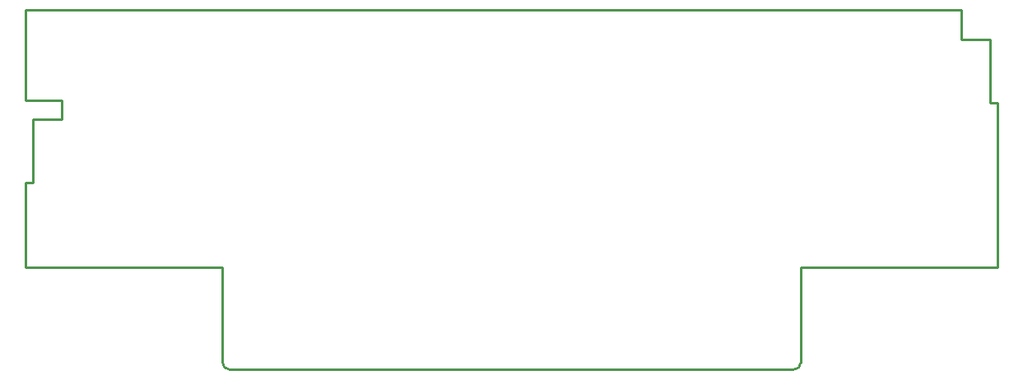
<source format=gko>
G04 Layer: BoardOutline*
G04 EasyEDA v5.9.42, Mon, 13 May 2019 22:36:32 GMT*
G04 18fdc59d78804919a667ee1bdc29a187*
G04 Gerber Generator version 0.2*
G04 Scale: 100 percent, Rotated: No, Reflected: No *
G04 Dimensions in inches *
G04 leading zeros omitted , absolute positions ,2 integer and 4 decimal *
%FSLAX24Y24*%
%MOIN*%
G90*
G70D02*

%ADD10C,0.010000*%
G54D10*
G01X7972Y295D02*
G01X7972Y4133D01*
G01X0Y4133D01*
G01X0Y7578D01*
G01X295Y7578D01*
G01X295Y10137D01*
G01X1476Y10137D01*
G01X1476Y10925D01*
G01X0Y10925D01*
G01X0Y14566D01*
G01X37893Y14566D01*
G01X37893Y13385D01*
G01X39074Y13385D01*
G01X39074Y10826D01*
G01X39369Y10826D01*
G01X39369Y4133D01*
G01X31397Y4133D01*
G01X31397Y295D01*
G75*
G01X31398Y295D02*
G02X31102Y0I-296J0D01*
G01*
G01X31102Y0D02*
G01X8267Y0D01*
G75*
G01X8268Y0D02*
G02X7972Y295I0J295D01*
G01*

%LPD*%
M00*
M02*

</source>
